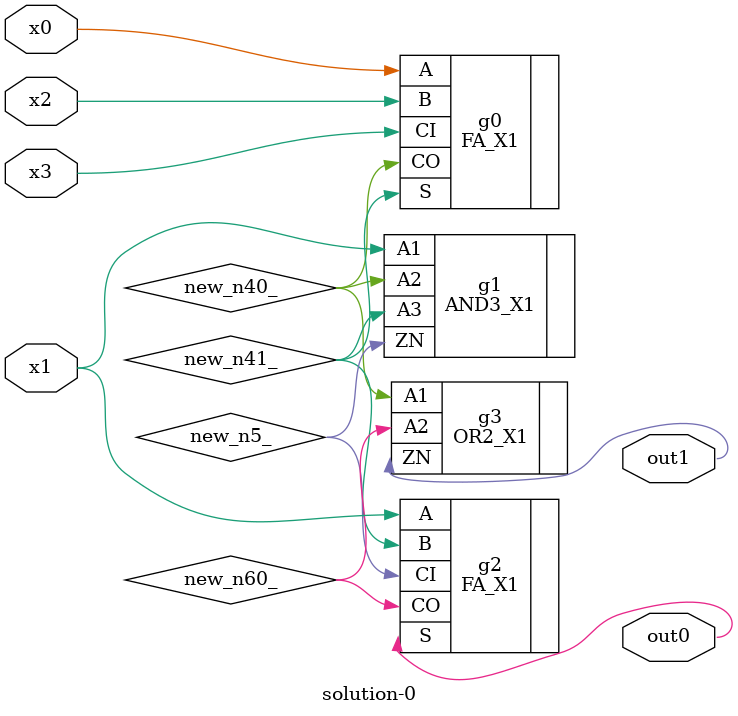
<source format=v>
module \solution-0 (
  x0, x1, x2, x3,
  out0, out1 );
  input x0, x1, x2, x3;
  output out0, out1;
  wire new_n40_, new_n41_, new_n5_, new_n60_;
  FA_X1  g0(.A(x0), .B(x2), .CI(x3), .CO(new_n40_), .S(new_n41_));
  AND3_X1  g1(.A1(x1), .A2(new_n40_), .A3(new_n41_), .ZN(new_n5_));
  FA_X1  g2(.A(x1), .B(new_n41_), .CI(new_n5_), .CO(new_n60_), .S(out0));
  OR2_X1  g3(.A1(new_n40_), .A2(new_n60_), .ZN(out1));
endmodule

</source>
